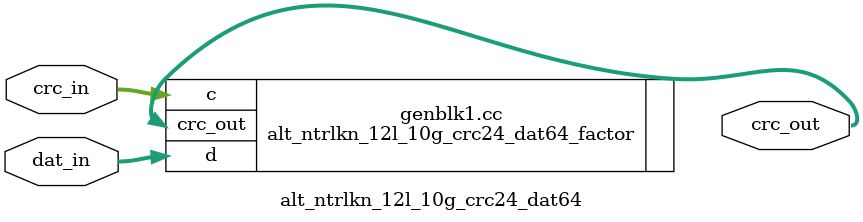
<source format=v>


`timescale 1 ps / 1 ps


module alt_ntrlkn_12l_10g_crc24_dat64 (
	input[23:0] crc_in,
	input[63:0] dat_in,
	output[23:0] crc_out
);

parameter METHOD = 1;

generate
  if (METHOD == 0)
    alt_ntrlkn_12l_10g_crc24_dat64_flat cc (.c(crc_in),.d(dat_in),.crc_out(crc_out));
  else
    alt_ntrlkn_12l_10g_crc24_dat64_factor cc (.c(crc_in),.d(dat_in),.crc_out(crc_out));
endgenerate

endmodule

</source>
